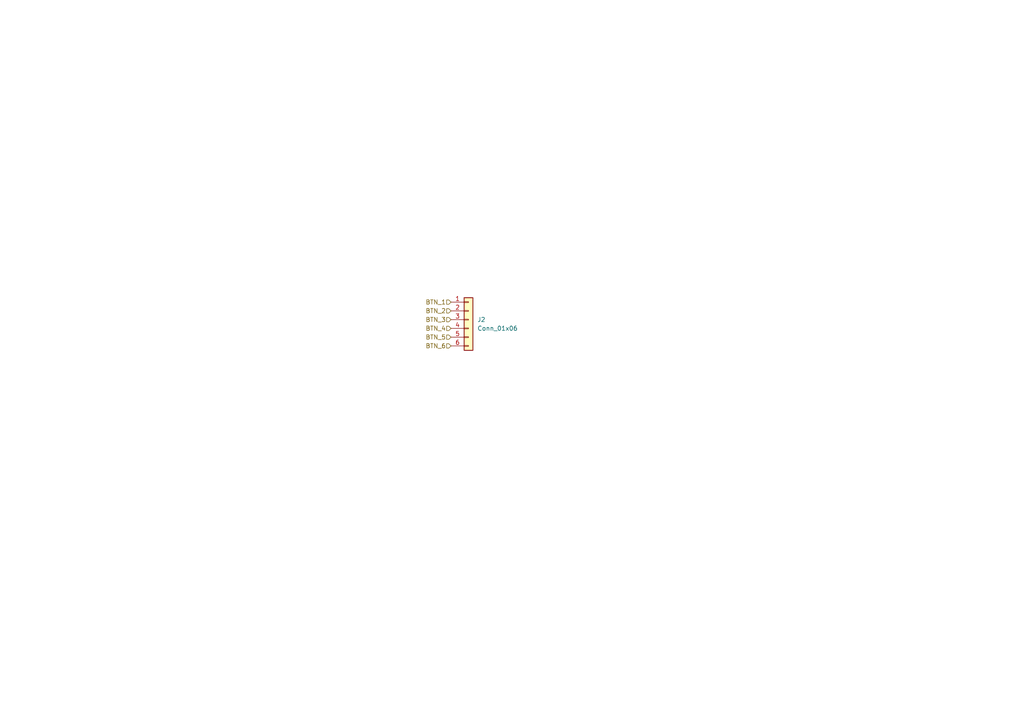
<source format=kicad_sch>
(kicad_sch (version 20250114) (generator "eeschema") (generator_version "9.0")
  (paper "A4")
  (lib_symbols
    (symbol "Connector_Generic:Conn_01x06" (pin_names (offset 1.016) (hide yes))
      (property "Reference" "J" (at 0 7.62 0))
      (property "Value" "Conn_01x06" (at 0 -10.16 0))
      (symbol "Conn_01x06_1_1"
        (rectangle (start -1.27 6.35) (end 1.27 -8.89) (stroke (width 0.254)) (fill (type background)))
        (rectangle (start -1.27 5.207) (end 0 4.953) (stroke (width 0.1524)))
        (rectangle (start -1.27 2.667) (end 0 2.413) (stroke (width 0.1524)))
        (rectangle (start -1.27 0.127) (end 0 -0.127) (stroke (width 0.1524)))
        (rectangle (start -1.27 -2.413) (end 0 -2.667) (stroke (width 0.1524)))
        (rectangle (start -1.27 -4.953) (end 0 -5.207) (stroke (width 0.1524)))
        (rectangle (start -1.27 -7.493) (end 0 -7.747) (stroke (width 0.1524)))
        (pin passive line (at -5.08 5.08 0) (length 3.81) (name "Pin_1") (number "1"))
        (pin passive line (at -5.08 2.54 0) (length 3.81) (name "Pin_2") (number "2"))
        (pin passive line (at -5.08 0 0) (length 3.81) (name "Pin_3") (number "3"))
        (pin passive line (at -5.08 -2.54 0) (length 3.81) (name "Pin_4") (number "4"))
        (pin passive line (at -5.08 -5.08 0) (length 3.81) (name "Pin_5") (number "5"))
        (pin passive line (at -5.08 -7.62 0) (length 3.81) (name "Pin_6") (number "6"))
      )
    )
  )
  (hierarchical_label "BTN_5" (shape input) (at 130.81 97.79 180))
  (hierarchical_label "BTN_6" (shape input) (at 130.81 100.33 180))
  (hierarchical_label "BTN_1" (shape input) (at 130.81 87.63 180))
  (hierarchical_label "BTN_4" (shape input) (at 130.81 95.25 180))
  (hierarchical_label "BTN_2" (shape input) (at 130.81 90.17 180))
  (hierarchical_label "BTN_3" (shape input) (at 130.81 92.71 180))
  (symbol (lib_id "Connector_Generic:Conn_01x06") (at 135.89 92.71 0) (unit 1)
    (property "Reference" "J2" (at 138.43 92.7099 0) (effects (justify left)))
    (property "Value" "Conn_01x06" (at 138.43 95.2499 0) (effects (justify left)))
    (property "Footprint" "Connector_JST:JST_EH_B6B-EH-A_1x06_P2.50mm_Vertical" (effects (hide yes)))
    (property "Description" "Generic connector, single row, 01x06, script generated (kicad-library-utils/schlib/autogen/connector/)" (effects (hide yes)))
  )
)
</source>
